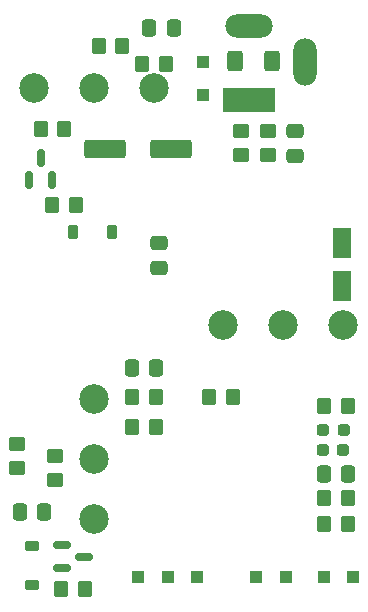
<source format=gbr>
%TF.GenerationSoftware,KiCad,Pcbnew,7.0.1*%
%TF.CreationDate,2023-11-18T18:07:09+02:00*%
%TF.ProjectId,Micr0,4d696372-302e-46b6-9963-61645f706362,rev?*%
%TF.SameCoordinates,Original*%
%TF.FileFunction,Soldermask,Top*%
%TF.FilePolarity,Negative*%
%FSLAX46Y46*%
G04 Gerber Fmt 4.6, Leading zero omitted, Abs format (unit mm)*
G04 Created by KiCad (PCBNEW 7.0.1) date 2023-11-18 18:07:09*
%MOMM*%
%LPD*%
G01*
G04 APERTURE LIST*
G04 Aperture macros list*
%AMRoundRect*
0 Rectangle with rounded corners*
0 $1 Rounding radius*
0 $2 $3 $4 $5 $6 $7 $8 $9 X,Y pos of 4 corners*
0 Add a 4 corners polygon primitive as box body*
4,1,4,$2,$3,$4,$5,$6,$7,$8,$9,$2,$3,0*
0 Add four circle primitives for the rounded corners*
1,1,$1+$1,$2,$3*
1,1,$1+$1,$4,$5*
1,1,$1+$1,$6,$7*
1,1,$1+$1,$8,$9*
0 Add four rect primitives between the rounded corners*
20,1,$1+$1,$2,$3,$4,$5,0*
20,1,$1+$1,$4,$5,$6,$7,0*
20,1,$1+$1,$6,$7,$8,$9,0*
20,1,$1+$1,$8,$9,$2,$3,0*%
G04 Aperture macros list end*
%ADD10RoundRect,0.250000X-0.450000X0.350000X-0.450000X-0.350000X0.450000X-0.350000X0.450000X0.350000X0*%
%ADD11RoundRect,0.237500X0.287500X0.237500X-0.287500X0.237500X-0.287500X-0.237500X0.287500X-0.237500X0*%
%ADD12RoundRect,0.250000X0.337500X0.475000X-0.337500X0.475000X-0.337500X-0.475000X0.337500X-0.475000X0*%
%ADD13RoundRect,0.250000X0.350000X0.450000X-0.350000X0.450000X-0.350000X-0.450000X0.350000X-0.450000X0*%
%ADD14RoundRect,0.250000X-0.337500X-0.475000X0.337500X-0.475000X0.337500X0.475000X-0.337500X0.475000X0*%
%ADD15R,1.000000X1.000000*%
%ADD16RoundRect,0.250000X-0.350000X-0.450000X0.350000X-0.450000X0.350000X0.450000X-0.350000X0.450000X0*%
%ADD17RoundRect,0.250000X-0.300000X0.300000X-0.300000X-0.300000X0.300000X-0.300000X0.300000X0.300000X0*%
%ADD18RoundRect,0.250000X0.450000X-0.350000X0.450000X0.350000X-0.450000X0.350000X-0.450000X-0.350000X0*%
%ADD19C,2.500000*%
%ADD20RoundRect,0.150000X0.150000X-0.587500X0.150000X0.587500X-0.150000X0.587500X-0.150000X-0.587500X0*%
%ADD21RoundRect,0.250000X0.475000X-0.337500X0.475000X0.337500X-0.475000X0.337500X-0.475000X-0.337500X0*%
%ADD22RoundRect,0.250000X0.400000X0.625000X-0.400000X0.625000X-0.400000X-0.625000X0.400000X-0.625000X0*%
%ADD23RoundRect,0.225000X0.375000X-0.225000X0.375000X0.225000X-0.375000X0.225000X-0.375000X-0.225000X0*%
%ADD24RoundRect,0.225000X-0.225000X-0.375000X0.225000X-0.375000X0.225000X0.375000X-0.225000X0.375000X0*%
%ADD25RoundRect,0.250000X1.500000X0.550000X-1.500000X0.550000X-1.500000X-0.550000X1.500000X-0.550000X0*%
%ADD26RoundRect,0.237500X-0.287500X-0.237500X0.287500X-0.237500X0.287500X0.237500X-0.287500X0.237500X0*%
%ADD27RoundRect,0.250000X-0.475000X0.337500X-0.475000X-0.337500X0.475000X-0.337500X0.475000X0.337500X0*%
%ADD28RoundRect,0.250000X-0.550000X1.050000X-0.550000X-1.050000X0.550000X-1.050000X0.550000X1.050000X0*%
%ADD29RoundRect,0.150000X-0.587500X-0.150000X0.587500X-0.150000X0.587500X0.150000X-0.587500X0.150000X0*%
%ADD30R,4.500000X2.000000*%
%ADD31O,4.000000X2.000000*%
%ADD32O,2.000000X4.000000*%
G04 APERTURE END LIST*
D10*
%TO.C,R8*%
X118250000Y-55500000D03*
X118250000Y-57500000D03*
%TD*%
D11*
%TO.C,LED2*%
X124625000Y-82500000D03*
X122875000Y-82500000D03*
%TD*%
D12*
%TO.C,C11*%
X110287500Y-46750000D03*
X108212500Y-46750000D03*
%TD*%
D13*
%TO.C,R18*%
X109600000Y-49750000D03*
X107600000Y-49750000D03*
%TD*%
D14*
%TO.C,C1*%
X122962500Y-84500000D03*
X125037500Y-84500000D03*
%TD*%
D15*
%TO.C,TP7*%
X112200000Y-93250000D03*
%TD*%
D14*
%TO.C,C4*%
X106727976Y-75500000D03*
X108802976Y-75500000D03*
%TD*%
D16*
%TO.C,R2*%
X123000000Y-86500000D03*
X125000000Y-86500000D03*
%TD*%
D17*
%TO.C,D5*%
X112750000Y-49600000D03*
X112750000Y-52400000D03*
%TD*%
D13*
%TO.C,R12*%
X115250000Y-78000000D03*
X113250000Y-78000000D03*
%TD*%
D14*
%TO.C,C2*%
X97212500Y-87750000D03*
X99287500Y-87750000D03*
%TD*%
D18*
%TO.C,R7*%
X100250000Y-85000000D03*
X100250000Y-83000000D03*
%TD*%
D16*
%TO.C,R1*%
X123000000Y-88750000D03*
X125000000Y-88750000D03*
%TD*%
D19*
%TO.C,RV2*%
X108580000Y-51850000D03*
X103500000Y-51850000D03*
X98420000Y-51850000D03*
%TD*%
D15*
%TO.C,TP1*%
X119750000Y-93250000D03*
%TD*%
D16*
%TO.C,R13*%
X106765476Y-80500000D03*
X108765476Y-80500000D03*
%TD*%
D15*
%TO.C,TP6*%
X107250000Y-93250000D03*
%TD*%
D13*
%TO.C,R3*%
X125000000Y-78750000D03*
X123000000Y-78750000D03*
%TD*%
D18*
%TO.C,R5*%
X97000000Y-84000000D03*
X97000000Y-82000000D03*
%TD*%
D20*
%TO.C,Q1*%
X98050000Y-59625000D03*
X99950000Y-59625000D03*
X99000000Y-57750000D03*
%TD*%
D15*
%TO.C,TP2*%
X125450000Y-93250000D03*
%TD*%
D21*
%TO.C,C5*%
X109000000Y-67037500D03*
X109000000Y-64962500D03*
%TD*%
D13*
%TO.C,R9*%
X102000000Y-61750000D03*
X100000000Y-61750000D03*
%TD*%
D22*
%TO.C,R17*%
X118550000Y-49500000D03*
X115450000Y-49500000D03*
%TD*%
D16*
%TO.C,R14*%
X100750000Y-94250000D03*
X102750000Y-94250000D03*
%TD*%
D23*
%TO.C,D4*%
X98250000Y-93900000D03*
X98250000Y-90600000D03*
%TD*%
D24*
%TO.C,D3*%
X101750000Y-64000000D03*
X105050000Y-64000000D03*
%TD*%
D25*
%TO.C,C9*%
X110050000Y-57000000D03*
X104450000Y-57000000D03*
%TD*%
D26*
%TO.C,LED1*%
X122925000Y-80800000D03*
X124675000Y-80800000D03*
%TD*%
D10*
%TO.C,R4*%
X116000000Y-55500000D03*
X116000000Y-57500000D03*
%TD*%
D13*
%TO.C,R19*%
X105900000Y-48250000D03*
X103900000Y-48250000D03*
%TD*%
D19*
%TO.C,RV3*%
X103500000Y-78120000D03*
X103500000Y-83200000D03*
X103500000Y-88280000D03*
%TD*%
D13*
%TO.C,R11*%
X108750000Y-78000000D03*
X106750000Y-78000000D03*
%TD*%
D15*
%TO.C,TP3*%
X122950000Y-93250000D03*
%TD*%
%TO.C,TP5*%
X117250000Y-93250000D03*
%TD*%
D27*
%TO.C,C3*%
X120500000Y-55462500D03*
X120500000Y-57537500D03*
%TD*%
D13*
%TO.C,R10*%
X101000000Y-55250000D03*
X99000000Y-55250000D03*
%TD*%
D15*
%TO.C,TP4*%
X109750000Y-93250000D03*
%TD*%
D19*
%TO.C,RV1*%
X114420000Y-71900000D03*
X119500000Y-71900000D03*
X124580000Y-71900000D03*
%TD*%
D28*
%TO.C,C6*%
X124500000Y-64950000D03*
X124500000Y-68550000D03*
%TD*%
D29*
%TO.C,Q2*%
X100812500Y-90550000D03*
X100812500Y-92450000D03*
X102687500Y-91500000D03*
%TD*%
D30*
%TO.C,J3*%
X116650000Y-52800000D03*
D31*
X116650000Y-46600000D03*
D32*
X121350000Y-49600000D03*
%TD*%
M02*

</source>
